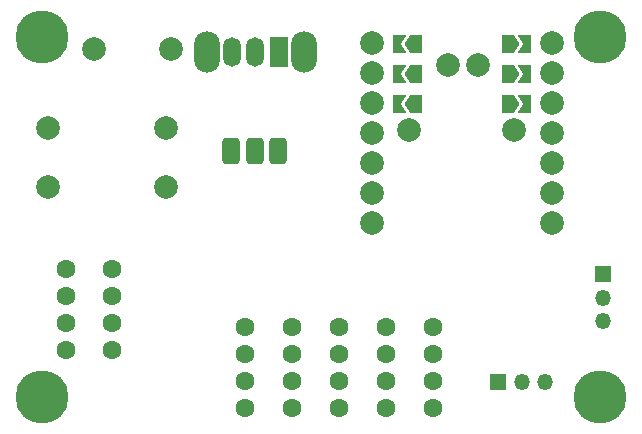
<source format=gbr>
%TF.GenerationSoftware,KiCad,Pcbnew,(6.0.4)*%
%TF.CreationDate,2022-12-14T15:40:06+01:00*%
%TF.ProjectId,mcu_holder,6d63755f-686f-46c6-9465-722e6b696361,rev?*%
%TF.SameCoordinates,Original*%
%TF.FileFunction,Soldermask,Top*%
%TF.FilePolarity,Negative*%
%FSLAX46Y46*%
G04 Gerber Fmt 4.6, Leading zero omitted, Abs format (unit mm)*
G04 Created by KiCad (PCBNEW (6.0.4)) date 2022-12-14 15:40:06*
%MOMM*%
%LPD*%
G01*
G04 APERTURE LIST*
G04 Aperture macros list*
%AMRoundRect*
0 Rectangle with rounded corners*
0 $1 Rounding radius*
0 $2 $3 $4 $5 $6 $7 $8 $9 X,Y pos of 4 corners*
0 Add a 4 corners polygon primitive as box body*
4,1,4,$2,$3,$4,$5,$6,$7,$8,$9,$2,$3,0*
0 Add four circle primitives for the rounded corners*
1,1,$1+$1,$2,$3*
1,1,$1+$1,$4,$5*
1,1,$1+$1,$6,$7*
1,1,$1+$1,$8,$9*
0 Add four rect primitives between the rounded corners*
20,1,$1+$1,$2,$3,$4,$5,0*
20,1,$1+$1,$4,$5,$6,$7,0*
20,1,$1+$1,$6,$7,$8,$9,0*
20,1,$1+$1,$8,$9,$2,$3,0*%
%AMFreePoly0*
4,1,6,0.150000,0.000000,0.650000,-0.750000,-0.500000,-0.750000,-0.500000,0.750000,0.650000,0.750000,0.150000,0.000000,0.150000,0.000000,$1*%
%AMFreePoly1*
4,1,6,0.500000,-0.750000,-0.650000,-0.750000,-0.150000,0.000000,-0.650000,0.750000,0.500000,0.750000,0.500000,-0.750000,0.500000,-0.750000,$1*%
%AMFreePoly2*
4,1,6,1.000000,0.000000,0.500000,-0.750000,-0.500000,-0.750000,-0.500000,0.750000,0.500000,0.750000,1.000000,0.000000,1.000000,0.000000,$1*%
%AMFreePoly3*
4,1,6,0.500000,-0.750000,-0.500000,-0.750000,-1.000000,0.000000,-0.500000,0.750000,0.500000,0.750000,0.500000,-0.750000,0.500000,-0.750000,$1*%
G04 Aperture macros list end*
%ADD10C,1.600000*%
%ADD11C,4.500000*%
%ADD12C,2.000000*%
%ADD13R,1.350000X1.350000*%
%ADD14O,1.350000X1.350000*%
%ADD15O,2.200000X3.500000*%
%ADD16R,1.500000X2.500000*%
%ADD17O,1.500000X2.500000*%
%ADD18RoundRect,0.375000X-0.375000X-0.750000X0.375000X-0.750000X0.375000X0.750000X-0.375000X0.750000X0*%
%ADD19FreePoly0,180.000000*%
%ADD20FreePoly1,180.000000*%
%ADD21FreePoly2,180.000000*%
%ADD22FreePoly3,180.000000*%
G04 APERTURE END LIST*
D10*
%TO.C,J5*%
X111664000Y-62608000D03*
X111664000Y-64894000D03*
X111664000Y-67180000D03*
X111664000Y-69466000D03*
%TD*%
%TO.C,J9*%
X100446843Y-57765995D03*
X100446843Y-60051995D03*
X100446843Y-62337995D03*
X100446843Y-64623995D03*
%TD*%
%TO.C,J2*%
X115644000Y-62608000D03*
X115644000Y-64894000D03*
X115644000Y-67180000D03*
X115644000Y-69466000D03*
%TD*%
D11*
%TO.C,H4*%
X141732000Y-68580000D03*
%TD*%
D10*
%TO.C,J1*%
X119644000Y-62608000D03*
X119644000Y-64894000D03*
X119644000Y-67180000D03*
X119644000Y-69466000D03*
%TD*%
D11*
%TO.C,H3*%
X94488000Y-38100000D03*
%TD*%
D12*
%TO.C,SW1*%
X94996000Y-50800000D03*
X104996000Y-50800000D03*
X104996000Y-45790000D03*
X94996000Y-45790000D03*
%TD*%
D13*
%TO.C,J10*%
X141986000Y-58166000D03*
D14*
X141986000Y-60166000D03*
X141986000Y-62166000D03*
%TD*%
D15*
%TO.C,SW17*%
X116654000Y-39370000D03*
X108454000Y-39370000D03*
D16*
X114554000Y-39370000D03*
D17*
X112554000Y-39370000D03*
X110554000Y-39370000D03*
%TD*%
D10*
%TO.C,J3*%
X127644000Y-62608000D03*
X127644000Y-64894000D03*
X127644000Y-67180000D03*
X127644000Y-69466000D03*
%TD*%
D13*
%TO.C,J6*%
X133128000Y-67310000D03*
D14*
X135128000Y-67310000D03*
X137128000Y-67310000D03*
%TD*%
D10*
%TO.C,J4*%
X123644000Y-62608000D03*
X123644000Y-64894000D03*
X123644000Y-67180000D03*
X123644000Y-69466000D03*
%TD*%
D12*
%TO.C,SW16*%
X105410000Y-39116000D03*
X98910000Y-39116000D03*
%TD*%
D18*
%TO.C,J7*%
X114522000Y-47752000D03*
X112522000Y-47752000D03*
X110522000Y-47752000D03*
%TD*%
D10*
%TO.C,J8*%
X96520000Y-57765995D03*
X96520000Y-60051995D03*
X96520000Y-62337995D03*
X96520000Y-64623995D03*
%TD*%
D11*
%TO.C,H1*%
X94488000Y-68580000D03*
%TD*%
D19*
%TO.C,U1*%
X135383000Y-41216910D03*
X135383000Y-38676910D03*
X135383000Y-43756910D03*
D12*
X137668000Y-43689090D03*
X122428000Y-43678377D03*
X137668000Y-41149090D03*
D20*
X124708000Y-38676910D03*
D12*
X122428000Y-38606910D03*
X137668000Y-38609090D03*
D20*
X124708000Y-43756910D03*
X124708000Y-41216910D03*
D12*
X122428000Y-41142364D03*
D21*
X126158000Y-38676910D03*
X126158000Y-41216910D03*
X126158000Y-43756910D03*
D12*
X122428000Y-46226910D03*
X122428000Y-48765032D03*
X122428000Y-51304474D03*
X122428000Y-53839229D03*
X137668000Y-53849090D03*
X137668000Y-51309090D03*
X137668000Y-48769090D03*
X137668000Y-46229090D03*
D22*
X133933000Y-43756910D03*
X133933000Y-41216910D03*
X133933000Y-38676910D03*
D12*
X128856803Y-40462723D03*
X131396803Y-40462723D03*
X134498000Y-45926910D03*
X125598000Y-45926910D03*
%TD*%
D11*
%TO.C,H2*%
X141732000Y-38100000D03*
%TD*%
M02*

</source>
